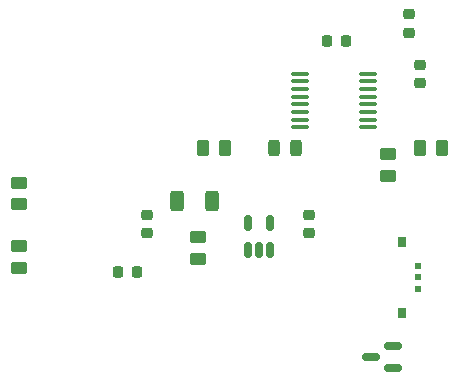
<source format=gbr>
%TF.GenerationSoftware,KiCad,Pcbnew,(6.0.4-0)*%
%TF.CreationDate,2024-03-24T20:00:40+02:00*%
%TF.ProjectId,Project_PCB_v1,50726f6a-6563-4745-9f50-43425f76312e,rev?*%
%TF.SameCoordinates,Original*%
%TF.FileFunction,Paste,Top*%
%TF.FilePolarity,Positive*%
%FSLAX46Y46*%
G04 Gerber Fmt 4.6, Leading zero omitted, Abs format (unit mm)*
G04 Created by KiCad (PCBNEW (6.0.4-0)) date 2024-03-24 20:00:40*
%MOMM*%
%LPD*%
G01*
G04 APERTURE LIST*
G04 Aperture macros list*
%AMRoundRect*
0 Rectangle with rounded corners*
0 $1 Rounding radius*
0 $2 $3 $4 $5 $6 $7 $8 $9 X,Y pos of 4 corners*
0 Add a 4 corners polygon primitive as box body*
4,1,4,$2,$3,$4,$5,$6,$7,$8,$9,$2,$3,0*
0 Add four circle primitives for the rounded corners*
1,1,$1+$1,$2,$3*
1,1,$1+$1,$4,$5*
1,1,$1+$1,$6,$7*
1,1,$1+$1,$8,$9*
0 Add four rect primitives between the rounded corners*
20,1,$1+$1,$2,$3,$4,$5,0*
20,1,$1+$1,$4,$5,$6,$7,0*
20,1,$1+$1,$6,$7,$8,$9,0*
20,1,$1+$1,$8,$9,$2,$3,0*%
G04 Aperture macros list end*
%ADD10RoundRect,0.243750X0.243750X0.456250X-0.243750X0.456250X-0.243750X-0.456250X0.243750X-0.456250X0*%
%ADD11RoundRect,0.225000X0.250000X-0.225000X0.250000X0.225000X-0.250000X0.225000X-0.250000X-0.225000X0*%
%ADD12RoundRect,0.218750X0.218750X0.256250X-0.218750X0.256250X-0.218750X-0.256250X0.218750X-0.256250X0*%
%ADD13RoundRect,0.250000X0.450000X-0.262500X0.450000X0.262500X-0.450000X0.262500X-0.450000X-0.262500X0*%
%ADD14RoundRect,0.250000X0.312500X0.625000X-0.312500X0.625000X-0.312500X-0.625000X0.312500X-0.625000X0*%
%ADD15RoundRect,0.250000X-0.262500X-0.450000X0.262500X-0.450000X0.262500X0.450000X-0.262500X0.450000X0*%
%ADD16RoundRect,0.150000X0.587500X0.150000X-0.587500X0.150000X-0.587500X-0.150000X0.587500X-0.150000X0*%
%ADD17RoundRect,0.250000X0.262500X0.450000X-0.262500X0.450000X-0.262500X-0.450000X0.262500X-0.450000X0*%
%ADD18RoundRect,0.250000X-0.450000X0.262500X-0.450000X-0.262500X0.450000X-0.262500X0.450000X0.262500X0*%
%ADD19RoundRect,0.225000X-0.250000X0.225000X-0.250000X-0.225000X0.250000X-0.225000X0.250000X0.225000X0*%
%ADD20R,0.510000X0.600000*%
%ADD21R,0.700000X0.900000*%
%ADD22RoundRect,0.150000X0.150000X-0.512500X0.150000X0.512500X-0.150000X0.512500X-0.150000X-0.512500X0*%
%ADD23RoundRect,0.100000X-0.637500X-0.100000X0.637500X-0.100000X0.637500X0.100000X-0.637500X0.100000X0*%
%ADD24RoundRect,0.225000X-0.225000X-0.250000X0.225000X-0.250000X0.225000X0.250000X-0.225000X0.250000X0*%
G04 APERTURE END LIST*
D10*
%TO.C,Fault1*%
X111437500Y-75250000D03*
X109562500Y-75250000D03*
%TD*%
D11*
%TO.C,C_Vm1*%
X120965000Y-65525000D03*
X120965000Y-63975000D03*
%TD*%
D12*
%TO.C,D_Stat1*%
X97934641Y-85750000D03*
X96359641Y-85750000D03*
%TD*%
D13*
%TO.C,R_S2*%
X119215000Y-77662500D03*
X119215000Y-75837500D03*
%TD*%
D14*
%TO.C,R_Prog1*%
X104295359Y-79750000D03*
X101370359Y-79750000D03*
%TD*%
D15*
%TO.C,R_Fault1*%
X103587500Y-75250000D03*
X105412500Y-75250000D03*
%TD*%
D16*
%TO.C,Q1*%
X119687500Y-93950000D03*
X119687500Y-92050000D03*
X117812500Y-93000000D03*
%TD*%
D17*
%TO.C,R_S1*%
X123790000Y-75250000D03*
X121965000Y-75250000D03*
%TD*%
D18*
%TO.C,R1*%
X88000000Y-78250000D03*
X88000000Y-80075000D03*
%TD*%
D13*
%TO.C,R_Stat1*%
X103147141Y-84662500D03*
X103147141Y-82837500D03*
%TD*%
D19*
%TO.C,C_Vcp1*%
X121965000Y-68225000D03*
X121965000Y-69775000D03*
%TD*%
D18*
%TO.C,R2*%
X88000000Y-83587500D03*
X88000000Y-85412500D03*
%TD*%
D20*
%TO.C,SA1*%
X121780000Y-85250000D03*
X121780000Y-87250000D03*
X121780000Y-86250000D03*
D21*
X120425000Y-89250000D03*
X120425000Y-83250000D03*
%TD*%
D22*
%TO.C,Charge1*%
X107334641Y-83887500D03*
X108284641Y-83887500D03*
X109234641Y-83887500D03*
X109234641Y-81612500D03*
X107334641Y-81612500D03*
%TD*%
D23*
%TO.C,MD1*%
X111780000Y-69000000D03*
X111780000Y-69650000D03*
X111780000Y-70300000D03*
X111780000Y-70950000D03*
X111780000Y-71600000D03*
X111780000Y-72250000D03*
X111780000Y-72900000D03*
X111780000Y-73550000D03*
X117505000Y-73550000D03*
X117505000Y-72900000D03*
X117505000Y-72250000D03*
X117505000Y-71600000D03*
X117505000Y-70950000D03*
X117505000Y-70300000D03*
X117505000Y-69650000D03*
X117505000Y-69000000D03*
%TD*%
D11*
%TO.C,C_Batt1*%
X112500000Y-82525000D03*
X112500000Y-80975000D03*
%TD*%
D24*
%TO.C,C_Vint1*%
X114092500Y-66250000D03*
X115642500Y-66250000D03*
%TD*%
D11*
%TO.C,C_Vdd1*%
X98832859Y-82525000D03*
X98832859Y-80975000D03*
%TD*%
M02*

</source>
